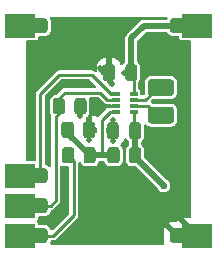
<source format=gtl>
G04 #@! TF.GenerationSoftware,KiCad,Pcbnew,9.0.1+1*
G04 #@! TF.CreationDate,2025-11-12T15:12:14+00:00*
G04 #@! TF.ProjectId,megaphone-low-current-dc-dc-converter,6d656761-7068-46f6-9e65-2d6c6f772d63,0.2*
G04 #@! TF.SameCoordinates,Original*
G04 #@! TF.FileFunction,Copper,L1,Top*
G04 #@! TF.FilePolarity,Positive*
%FSLAX46Y46*%
G04 Gerber Fmt 4.6, Leading zero omitted, Abs format (unit mm)*
G04 Created by KiCad (PCBNEW 9.0.1+1) date 2025-11-12 15:12:14*
%MOMM*%
%LPD*%
G01*
G04 APERTURE LIST*
G04 #@! TA.AperFunction,SMDPad,CuDef*
%ADD10R,0.660000X0.320000*%
G04 #@! TD*
G04 #@! TA.AperFunction,CastellatedPad*
%ADD11R,2.540000X2.000000*%
G04 #@! TD*
G04 #@! TA.AperFunction,ViaPad*
%ADD12C,0.500000*%
G04 #@! TD*
G04 #@! TA.AperFunction,ViaPad*
%ADD13C,0.600000*%
G04 #@! TD*
G04 #@! TA.AperFunction,Conductor*
%ADD14C,0.250000*%
G04 #@! TD*
G04 #@! TA.AperFunction,Conductor*
%ADD15C,0.500000*%
G04 #@! TD*
G04 APERTURE END LIST*
G04 #@! TA.AperFunction,SMDPad,CuDef*
G36*
G01*
X119738000Y-71125000D02*
X119738000Y-70175000D01*
G75*
G02*
X119988000Y-69925000I250000J0D01*
G01*
X120488000Y-69925000D01*
G75*
G02*
X120738000Y-70175000I0J-250000D01*
G01*
X120738000Y-71125000D01*
G75*
G02*
X120488000Y-71375000I-250000J0D01*
G01*
X119988000Y-71375000D01*
G75*
G02*
X119738000Y-71125000I0J250000D01*
G01*
G37*
G04 #@! TD.AperFunction*
G04 #@! TA.AperFunction,SMDPad,CuDef*
G36*
G01*
X121638000Y-71125000D02*
X121638000Y-70175000D01*
G75*
G02*
X121888000Y-69925000I250000J0D01*
G01*
X122388000Y-69925000D01*
G75*
G02*
X122638000Y-70175000I0J-250000D01*
G01*
X122638000Y-71125000D01*
G75*
G02*
X122388000Y-71375000I-250000J0D01*
G01*
X121888000Y-71375000D01*
G75*
G02*
X121638000Y-71125000I0J250000D01*
G01*
G37*
G04 #@! TD.AperFunction*
G04 #@! TA.AperFunction,SMDPad,CuDef*
G36*
G01*
X123800001Y-71220500D02*
X125499999Y-71220500D01*
G75*
G02*
X125750000Y-71470501I0J-250001D01*
G01*
X125750000Y-72395499D01*
G75*
G02*
X125499999Y-72645500I-250001J0D01*
G01*
X123800001Y-72645500D01*
G75*
G02*
X123550000Y-72395499I0J250001D01*
G01*
X123550000Y-71470501D01*
G75*
G02*
X123800001Y-71220500I250001J0D01*
G01*
G37*
G04 #@! TD.AperFunction*
G04 #@! TA.AperFunction,SMDPad,CuDef*
G36*
G01*
X123800001Y-73545500D02*
X125499999Y-73545500D01*
G75*
G02*
X125750000Y-73795501I0J-250001D01*
G01*
X125750000Y-74720499D01*
G75*
G02*
X125499999Y-74970500I-250001J0D01*
G01*
X123800001Y-74970500D01*
G75*
G02*
X123550000Y-74720499I0J250001D01*
G01*
X123550000Y-73795501D01*
G75*
G02*
X123800001Y-73545500I250001J0D01*
G01*
G37*
G04 #@! TD.AperFunction*
G04 #@! TA.AperFunction,SMDPad,CuDef*
G36*
G01*
X122975000Y-75100000D02*
X122975000Y-76050000D01*
G75*
G02*
X122725000Y-76300000I-250000J0D01*
G01*
X122225000Y-76300000D01*
G75*
G02*
X121975000Y-76050000I0J250000D01*
G01*
X121975000Y-75100000D01*
G75*
G02*
X122225000Y-74850000I250000J0D01*
G01*
X122725000Y-74850000D01*
G75*
G02*
X122975000Y-75100000I0J-250000D01*
G01*
G37*
G04 #@! TD.AperFunction*
G04 #@! TA.AperFunction,SMDPad,CuDef*
G36*
G01*
X121075000Y-75100000D02*
X121075000Y-76050000D01*
G75*
G02*
X120825000Y-76300000I-250000J0D01*
G01*
X120325000Y-76300000D01*
G75*
G02*
X120075000Y-76050000I0J250000D01*
G01*
X120075000Y-75100000D01*
G75*
G02*
X120325000Y-74850000I250000J0D01*
G01*
X120825000Y-74850000D01*
G75*
G02*
X121075000Y-75100000I0J-250000D01*
G01*
G37*
G04 #@! TD.AperFunction*
G04 #@! TA.AperFunction,SMDPad,CuDef*
G36*
G01*
X116275000Y-78100000D02*
X116275000Y-77200000D01*
G75*
G02*
X116525000Y-76950000I250000J0D01*
G01*
X117050000Y-76950000D01*
G75*
G02*
X117300000Y-77200000I0J-250000D01*
G01*
X117300000Y-78100000D01*
G75*
G02*
X117050000Y-78350000I-250000J0D01*
G01*
X116525000Y-78350000D01*
G75*
G02*
X116275000Y-78100000I0J250000D01*
G01*
G37*
G04 #@! TD.AperFunction*
G04 #@! TA.AperFunction,SMDPad,CuDef*
G36*
G01*
X118100000Y-78100000D02*
X118100000Y-77200000D01*
G75*
G02*
X118350000Y-76950000I250000J0D01*
G01*
X118875000Y-76950000D01*
G75*
G02*
X119125000Y-77200000I0J-250000D01*
G01*
X119125000Y-78100000D01*
G75*
G02*
X118875000Y-78350000I-250000J0D01*
G01*
X118350000Y-78350000D01*
G75*
G02*
X118100000Y-78100000I0J250000D01*
G01*
G37*
G04 #@! TD.AperFunction*
G04 #@! TA.AperFunction,SMDPad,CuDef*
G36*
G01*
X122975000Y-77200000D02*
X122975000Y-78100000D01*
G75*
G02*
X122725000Y-78350000I-250000J0D01*
G01*
X122200000Y-78350000D01*
G75*
G02*
X121950000Y-78100000I0J250000D01*
G01*
X121950000Y-77200000D01*
G75*
G02*
X122200000Y-76950000I250000J0D01*
G01*
X122725000Y-76950000D01*
G75*
G02*
X122975000Y-77200000I0J-250000D01*
G01*
G37*
G04 #@! TD.AperFunction*
G04 #@! TA.AperFunction,SMDPad,CuDef*
G36*
G01*
X121150000Y-77200000D02*
X121150000Y-78100000D01*
G75*
G02*
X120900000Y-78350000I-250000J0D01*
G01*
X120375000Y-78350000D01*
G75*
G02*
X120125000Y-78100000I0J250000D01*
G01*
X120125000Y-77200000D01*
G75*
G02*
X120375000Y-76950000I250000J0D01*
G01*
X120900000Y-76950000D01*
G75*
G02*
X121150000Y-77200000I0J-250000D01*
G01*
G37*
G04 #@! TD.AperFunction*
D10*
X122331000Y-73965000D03*
X122331000Y-73465000D03*
X122331000Y-72965000D03*
X122331000Y-72465000D03*
X120861000Y-72465000D03*
X120861000Y-72965000D03*
X120861000Y-73465000D03*
X120861000Y-73965000D03*
G04 #@! TA.AperFunction,SMDPad,CuDef*
G36*
G01*
X116225000Y-75950000D02*
X116225000Y-75050000D01*
G75*
G02*
X116475000Y-74800000I250000J0D01*
G01*
X117000000Y-74800000D01*
G75*
G02*
X117250000Y-75050000I0J-250000D01*
G01*
X117250000Y-75950000D01*
G75*
G02*
X117000000Y-76200000I-250000J0D01*
G01*
X116475000Y-76200000D01*
G75*
G02*
X116225000Y-75950000I0J250000D01*
G01*
G37*
G04 #@! TD.AperFunction*
G04 #@! TA.AperFunction,SMDPad,CuDef*
G36*
G01*
X118050000Y-75950000D02*
X118050000Y-75050000D01*
G75*
G02*
X118300000Y-74800000I250000J0D01*
G01*
X118825000Y-74800000D01*
G75*
G02*
X119075000Y-75050000I0J-250000D01*
G01*
X119075000Y-75950000D01*
G75*
G02*
X118825000Y-76200000I-250000J0D01*
G01*
X118300000Y-76200000D01*
G75*
G02*
X118050000Y-75950000I0J250000D01*
G01*
G37*
G04 #@! TD.AperFunction*
G04 #@! TA.AperFunction,SMDPad,CuDef*
G36*
G01*
X118350000Y-73050000D02*
X118350000Y-73950000D01*
G75*
G02*
X118100000Y-74200000I-250000J0D01*
G01*
X117575000Y-74200000D01*
G75*
G02*
X117325000Y-73950000I0J250000D01*
G01*
X117325000Y-73050000D01*
G75*
G02*
X117575000Y-72800000I250000J0D01*
G01*
X118100000Y-72800000D01*
G75*
G02*
X118350000Y-73050000I0J-250000D01*
G01*
G37*
G04 #@! TD.AperFunction*
G04 #@! TA.AperFunction,SMDPad,CuDef*
G36*
G01*
X116525000Y-73050000D02*
X116525000Y-73950000D01*
G75*
G02*
X116275000Y-74200000I-250000J0D01*
G01*
X115750000Y-74200000D01*
G75*
G02*
X115500000Y-73950000I0J250000D01*
G01*
X115500000Y-73050000D01*
G75*
G02*
X115750000Y-72800000I250000J0D01*
G01*
X116275000Y-72800000D01*
G75*
G02*
X116525000Y-73050000I0J-250000D01*
G01*
G37*
G04 #@! TD.AperFunction*
D11*
X127735000Y-66675000D03*
G04 #@! TA.AperFunction,ComponentPad*
G36*
G01*
X125410000Y-67050000D02*
X125410000Y-66300000D01*
G75*
G02*
X125660000Y-66050000I250000J0D01*
G01*
X126410000Y-66050000D01*
G75*
G02*
X126660000Y-66300000I0J-250000D01*
G01*
X126660000Y-67050000D01*
G75*
G02*
X126410000Y-67300000I-250000J0D01*
G01*
X125660000Y-67300000D01*
G75*
G02*
X125410000Y-67050000I0J250000D01*
G01*
G37*
G04 #@! TD.AperFunction*
X127735000Y-84455000D03*
G04 #@! TA.AperFunction,ComponentPad*
G36*
G01*
X125410000Y-84830000D02*
X125410000Y-84080000D01*
G75*
G02*
X125660000Y-83830000I250000J0D01*
G01*
X126410000Y-83830000D01*
G75*
G02*
X126660000Y-84080000I0J-250000D01*
G01*
X126660000Y-84830000D01*
G75*
G02*
X126410000Y-85080000I-250000J0D01*
G01*
X125660000Y-85080000D01*
G75*
G02*
X125410000Y-84830000I0J250000D01*
G01*
G37*
G04 #@! TD.AperFunction*
G04 #@! TA.AperFunction,ComponentPad*
G36*
G01*
X113810000Y-67050000D02*
X113810000Y-66300000D01*
G75*
G02*
X114060000Y-66050000I250000J0D01*
G01*
X114810000Y-66050000D01*
G75*
G02*
X115060000Y-66300000I0J-250000D01*
G01*
X115060000Y-67050000D01*
G75*
G02*
X114810000Y-67300000I-250000J0D01*
G01*
X114060000Y-67300000D01*
G75*
G02*
X113810000Y-67050000I0J250000D01*
G01*
G37*
G04 #@! TD.AperFunction*
X112735000Y-66675000D03*
G04 #@! TA.AperFunction,ComponentPad*
G36*
G01*
X113810000Y-79750000D02*
X113810000Y-79000000D01*
G75*
G02*
X114060000Y-78750000I250000J0D01*
G01*
X114810000Y-78750000D01*
G75*
G02*
X115060000Y-79000000I0J-250000D01*
G01*
X115060000Y-79750000D01*
G75*
G02*
X114810000Y-80000000I-250000J0D01*
G01*
X114060000Y-80000000D01*
G75*
G02*
X113810000Y-79750000I0J250000D01*
G01*
G37*
G04 #@! TD.AperFunction*
X112735000Y-79375000D03*
G04 #@! TA.AperFunction,ComponentPad*
G36*
G01*
X113810000Y-82290000D02*
X113810000Y-81540000D01*
G75*
G02*
X114060000Y-81290000I250000J0D01*
G01*
X114810000Y-81290000D01*
G75*
G02*
X115060000Y-81540000I0J-250000D01*
G01*
X115060000Y-82290000D01*
G75*
G02*
X114810000Y-82540000I-250000J0D01*
G01*
X114060000Y-82540000D01*
G75*
G02*
X113810000Y-82290000I0J250000D01*
G01*
G37*
G04 #@! TD.AperFunction*
X112735000Y-81915000D03*
G04 #@! TA.AperFunction,ComponentPad*
G36*
G01*
X113810000Y-84830000D02*
X113810000Y-84080000D01*
G75*
G02*
X114060000Y-83830000I250000J0D01*
G01*
X114810000Y-83830000D01*
G75*
G02*
X115060000Y-84080000I0J-250000D01*
G01*
X115060000Y-84830000D01*
G75*
G02*
X114810000Y-85080000I-250000J0D01*
G01*
X114060000Y-85080000D01*
G75*
G02*
X113810000Y-84830000I0J250000D01*
G01*
G37*
G04 #@! TD.AperFunction*
X112735000Y-84455000D03*
D12*
X117775000Y-74300000D03*
X121550000Y-70650000D03*
D13*
X124883000Y-80221000D03*
D12*
X124550000Y-76450000D03*
X120550000Y-71600000D03*
X121850000Y-79050000D03*
X124550000Y-75700000D03*
X119475000Y-70275000D03*
X125600000Y-68150000D03*
X116676000Y-68376000D03*
X120625000Y-76425000D03*
X113575000Y-69850000D03*
X114200000Y-68337000D03*
X115675000Y-72150000D03*
X120275000Y-69700000D03*
X124050000Y-70525000D03*
X121100000Y-79050000D03*
X118950000Y-73650000D03*
X113725000Y-73800000D03*
X124800000Y-70525000D03*
X124550000Y-77200000D03*
X115100000Y-78200000D03*
X115700000Y-68337000D03*
X113725000Y-71275000D03*
X120575000Y-74700000D03*
X115975000Y-82525000D03*
X119475000Y-82800000D03*
X123300000Y-70525000D03*
X114950000Y-68337000D03*
X124100000Y-68150000D03*
X116550000Y-69925000D03*
X118525000Y-76375000D03*
X118600000Y-74625000D03*
X123800000Y-75700000D03*
X119675000Y-73375000D03*
X117975000Y-82800000D03*
X119025000Y-73025000D03*
X115125000Y-74975000D03*
X118725000Y-82800000D03*
X124050000Y-69775000D03*
X113700000Y-75825000D03*
X118150000Y-79050000D03*
X119500000Y-73950000D03*
X120350000Y-79050000D03*
X117251000Y-69151000D03*
X113725000Y-77350000D03*
X123300000Y-69775000D03*
X119650000Y-79050000D03*
X123800000Y-77200000D03*
X124850000Y-68150000D03*
X115100000Y-76400000D03*
X118900000Y-79050000D03*
X124800000Y-69775000D03*
X116425000Y-79050000D03*
X117251000Y-69901000D03*
X117550000Y-71550000D03*
X123800000Y-76450000D03*
D14*
X122138000Y-70917000D02*
X122138000Y-70650000D01*
D15*
X117837500Y-73500000D02*
X117837500Y-74237500D01*
D14*
X122331000Y-72465000D02*
X122331000Y-71110000D01*
D15*
X121550000Y-70650000D02*
X122138000Y-70650000D01*
X122138000Y-67762000D02*
X123225000Y-66675000D01*
D14*
X122331000Y-71110000D02*
X122138000Y-70917000D01*
D15*
X117837500Y-74237500D02*
X117775000Y-74300000D01*
X122138000Y-70650000D02*
X122138000Y-67762000D01*
X123225000Y-66675000D02*
X126035000Y-66675000D01*
X122462500Y-77650000D02*
X122462500Y-75587500D01*
X122462500Y-77650000D02*
X122462500Y-77800500D01*
D14*
X122331000Y-75431000D02*
X122475000Y-75575000D01*
X122331000Y-73965000D02*
X122331000Y-75431000D01*
D15*
X122462500Y-77800500D02*
X124883000Y-80221000D01*
D14*
X122462500Y-75587500D02*
X122475000Y-75575000D01*
X114450000Y-79360000D02*
X114435000Y-79375000D01*
X114450000Y-72450000D02*
X114450000Y-79360000D01*
X116050000Y-70850000D02*
X114450000Y-72450000D01*
X118775000Y-70850000D02*
X116050000Y-70850000D01*
X120390000Y-72465000D02*
X118775000Y-70850000D01*
X120861000Y-72465000D02*
X120390000Y-72465000D01*
X123570000Y-73465000D02*
X124363000Y-74258000D01*
X122331000Y-73465000D02*
X123570000Y-73465000D01*
X124363000Y-74258000D02*
X124650000Y-74258000D01*
X123331000Y-72965000D02*
X124363000Y-71933000D01*
X122331000Y-72965000D02*
X123331000Y-72965000D01*
X124363000Y-71933000D02*
X124650000Y-71933000D01*
X117275000Y-82725000D02*
X115545000Y-84455000D01*
X116787500Y-77650000D02*
X117275000Y-78137500D01*
X115545000Y-84455000D02*
X114435000Y-84455000D01*
X117275000Y-78137500D02*
X117275000Y-82725000D01*
D15*
X118612500Y-77650000D02*
X119625000Y-77650000D01*
X119625000Y-77650000D02*
X120637500Y-77650000D01*
X116737500Y-75500000D02*
X116737500Y-75775000D01*
D14*
X120861000Y-73965000D02*
X120335000Y-73965000D01*
X120335000Y-73965000D02*
X119625000Y-74675000D01*
D15*
X116737500Y-75775000D02*
X118612500Y-77650000D01*
D14*
X119625000Y-74675000D02*
X119625000Y-77650000D01*
X116012500Y-73500000D02*
X116012500Y-74112500D01*
X120115000Y-72965000D02*
X119500000Y-72350000D01*
X119500000Y-72350000D02*
X116500000Y-72350000D01*
X116012500Y-74112500D02*
X115750000Y-74375000D01*
X116012500Y-72837500D02*
X116012500Y-73500000D01*
X120861000Y-72965000D02*
X120115000Y-72965000D01*
X115310000Y-81915000D02*
X114435000Y-81915000D01*
X115750000Y-74375000D02*
X115750000Y-81475000D01*
X115750000Y-81475000D02*
X115310000Y-81915000D01*
X116500000Y-72350000D02*
X116012500Y-72837500D01*
D15*
X120238000Y-71288000D02*
X120550000Y-71600000D01*
D14*
X118562500Y-75500000D02*
X118562500Y-76337500D01*
X120575000Y-76375000D02*
X120625000Y-76425000D01*
X119675000Y-73375000D02*
X119225000Y-73375000D01*
X120575000Y-75575000D02*
X120575000Y-74700000D01*
X118562500Y-76337500D02*
X118525000Y-76375000D01*
X119675000Y-73375000D02*
X119500000Y-73550000D01*
X119675000Y-73375000D02*
X119375000Y-73375000D01*
D15*
X119850000Y-70650000D02*
X120238000Y-70650000D01*
X120238000Y-70650000D02*
X120238000Y-71288000D01*
D14*
X119375000Y-73375000D02*
X119025000Y-73025000D01*
X120861000Y-73465000D02*
X119765000Y-73465000D01*
X120575000Y-75575000D02*
X120575000Y-76375000D01*
D15*
X120238000Y-69737000D02*
X120275000Y-69700000D01*
X119475000Y-70275000D02*
X119850000Y-70650000D01*
X120238000Y-70650000D02*
X120238000Y-69737000D01*
D14*
X119225000Y-73375000D02*
X118950000Y-73650000D01*
X119765000Y-73465000D02*
X119675000Y-73375000D01*
X118562500Y-74662500D02*
X118600000Y-74625000D01*
X119500000Y-73550000D02*
X119500000Y-73950000D01*
X118562500Y-75500000D02*
X118562500Y-74662500D01*
G04 #@! TA.AperFunction,Conductor*
G36*
X125153572Y-67195185D02*
G01*
X125199327Y-67247989D01*
X125202715Y-67256166D01*
X125216203Y-67292330D01*
X125216206Y-67292335D01*
X125302452Y-67407544D01*
X125302455Y-67407547D01*
X125417664Y-67493793D01*
X125417671Y-67493797D01*
X125462618Y-67510561D01*
X125552517Y-67544091D01*
X125612127Y-67550500D01*
X126090500Y-67550499D01*
X126157539Y-67570183D01*
X126203294Y-67622987D01*
X126214500Y-67674499D01*
X126214500Y-67699678D01*
X126229032Y-67772735D01*
X126229033Y-67772739D01*
X126229034Y-67772740D01*
X126284399Y-67855601D01*
X126367260Y-67910966D01*
X126367264Y-67910967D01*
X126440321Y-67925499D01*
X126440324Y-67925500D01*
X126440326Y-67925500D01*
X127110500Y-67925500D01*
X127177539Y-67945185D01*
X127223294Y-67997989D01*
X127234500Y-68049500D01*
X127234500Y-82831000D01*
X127214815Y-82898039D01*
X127162011Y-82943794D01*
X127110500Y-82955000D01*
X126588551Y-82955000D01*
X127198181Y-83564629D01*
X127231666Y-83625952D01*
X127234500Y-83652310D01*
X127234500Y-83746966D01*
X127129742Y-83790359D01*
X127006903Y-83872437D01*
X126902894Y-83976445D01*
X126072041Y-83145592D01*
X126021647Y-83212910D01*
X126008061Y-83249335D01*
X125966189Y-83305268D01*
X125900724Y-83329684D01*
X125891880Y-83330000D01*
X125610029Y-83330000D01*
X125610012Y-83330001D01*
X125507302Y-83340494D01*
X125340878Y-83395642D01*
X125340873Y-83395644D01*
X125333651Y-83400098D01*
X125333650Y-83400099D01*
X126013551Y-84080000D01*
X125985630Y-84080000D01*
X125890255Y-84105556D01*
X125804745Y-84154925D01*
X125734925Y-84224745D01*
X125685556Y-84310255D01*
X125660000Y-84405630D01*
X125660000Y-84433551D01*
X124980099Y-83753650D01*
X124980098Y-83753651D01*
X124975644Y-83760873D01*
X124975642Y-83760877D01*
X124920494Y-83927302D01*
X124920493Y-83927309D01*
X124910000Y-84030013D01*
X124910000Y-84879971D01*
X124910001Y-84879987D01*
X124920493Y-84982695D01*
X124946606Y-85061495D01*
X124949008Y-85131324D01*
X124913277Y-85191366D01*
X124850756Y-85222559D01*
X124828900Y-85224500D01*
X115375634Y-85224500D01*
X115347270Y-85216171D01*
X115318269Y-85210433D01*
X115314119Y-85206437D01*
X115308595Y-85204815D01*
X115289242Y-85182480D01*
X115267941Y-85161968D01*
X115266610Y-85156362D01*
X115262840Y-85152011D01*
X115258633Y-85122754D01*
X115251805Y-85093987D01*
X115253395Y-85086328D01*
X115252896Y-85082853D01*
X115258656Y-85059364D01*
X115259045Y-85058255D01*
X115304091Y-84937483D01*
X115305224Y-84926937D01*
X115309998Y-84913364D01*
X115322340Y-84896211D01*
X115330429Y-84876688D01*
X115342339Y-84868419D01*
X115350808Y-84856651D01*
X115370462Y-84848895D01*
X115387823Y-84836843D01*
X115410186Y-84833219D01*
X115415800Y-84831005D01*
X115419427Y-84831722D01*
X115426976Y-84830500D01*
X115594435Y-84830500D01*
X115594436Y-84830500D01*
X115642186Y-84817705D01*
X115689938Y-84804910D01*
X115775562Y-84755475D01*
X115845475Y-84685562D01*
X117575474Y-82955563D01*
X117575475Y-82955562D01*
X117624910Y-82869938D01*
X117635344Y-82831000D01*
X117643214Y-82801631D01*
X117650499Y-82774440D01*
X117650500Y-82774434D01*
X117650500Y-78344048D01*
X117670185Y-78277009D01*
X117722989Y-78231254D01*
X117792147Y-78221310D01*
X117855703Y-78250335D01*
X117890682Y-78300715D01*
X117906202Y-78342328D01*
X117906206Y-78342335D01*
X117992452Y-78457544D01*
X117992455Y-78457547D01*
X118107664Y-78543793D01*
X118107671Y-78543797D01*
X118140942Y-78556206D01*
X118242517Y-78594091D01*
X118302127Y-78600500D01*
X118922872Y-78600499D01*
X118982483Y-78594091D01*
X119117331Y-78543796D01*
X119232546Y-78457546D01*
X119318796Y-78342331D01*
X119343160Y-78277009D01*
X119360258Y-78231167D01*
X119402129Y-78175233D01*
X119467593Y-78150816D01*
X119476440Y-78150500D01*
X119559108Y-78150500D01*
X119773560Y-78150500D01*
X119840599Y-78170185D01*
X119886354Y-78222989D01*
X119889742Y-78231167D01*
X119931202Y-78342328D01*
X119931206Y-78342335D01*
X120017452Y-78457544D01*
X120017455Y-78457547D01*
X120132664Y-78543793D01*
X120132671Y-78543797D01*
X120165942Y-78556206D01*
X120267517Y-78594091D01*
X120327127Y-78600500D01*
X120947872Y-78600499D01*
X121007483Y-78594091D01*
X121142331Y-78543796D01*
X121257546Y-78457546D01*
X121343796Y-78342331D01*
X121394091Y-78207483D01*
X121400500Y-78147873D01*
X121400499Y-77152128D01*
X121394091Y-77092517D01*
X121343796Y-76957669D01*
X121343795Y-76957668D01*
X121343793Y-76957664D01*
X121252232Y-76835355D01*
X121253498Y-76834407D01*
X121224823Y-76781893D01*
X121229807Y-76712201D01*
X121271679Y-76656268D01*
X121280896Y-76649994D01*
X121293344Y-76642316D01*
X121417315Y-76518345D01*
X121509356Y-76369124D01*
X121509359Y-76369117D01*
X121539930Y-76276860D01*
X121579702Y-76219415D01*
X121644218Y-76192591D01*
X121712994Y-76204906D01*
X121764194Y-76252448D01*
X121773818Y-76272529D01*
X121781203Y-76292329D01*
X121781206Y-76292335D01*
X121867451Y-76407543D01*
X121867452Y-76407544D01*
X121867454Y-76407546D01*
X121912312Y-76441127D01*
X121915048Y-76444781D01*
X121919203Y-76446679D01*
X121935793Y-76472493D01*
X121954182Y-76497059D01*
X121955197Y-76502688D01*
X121956977Y-76505457D01*
X121962000Y-76540392D01*
X121962000Y-76690892D01*
X121942315Y-76757931D01*
X121912312Y-76790158D01*
X121842452Y-76842455D01*
X121756206Y-76957664D01*
X121756202Y-76957671D01*
X121705908Y-77092517D01*
X121699501Y-77152116D01*
X121699501Y-77152123D01*
X121699500Y-77152135D01*
X121699500Y-78147870D01*
X121699501Y-78147876D01*
X121705908Y-78207483D01*
X121756202Y-78342328D01*
X121756206Y-78342335D01*
X121842452Y-78457544D01*
X121842455Y-78457547D01*
X121957664Y-78543793D01*
X121957671Y-78543797D01*
X121990942Y-78556206D01*
X122092517Y-78594091D01*
X122152127Y-78600500D01*
X122503323Y-78600499D01*
X122570362Y-78620183D01*
X122591004Y-78636818D01*
X124340089Y-80385903D01*
X124366965Y-80426121D01*
X124370015Y-80433482D01*
X124370016Y-80433485D01*
X124442491Y-80559015D01*
X124544985Y-80661509D01*
X124544986Y-80661510D01*
X124544988Y-80661511D01*
X124670511Y-80733982D01*
X124670512Y-80733982D01*
X124670515Y-80733984D01*
X124810525Y-80771500D01*
X124810528Y-80771500D01*
X124955472Y-80771500D01*
X124955475Y-80771500D01*
X125095485Y-80733984D01*
X125221015Y-80661509D01*
X125323509Y-80559015D01*
X125395984Y-80433485D01*
X125433500Y-80293475D01*
X125433500Y-80148525D01*
X125395984Y-80008515D01*
X125323509Y-79882985D01*
X125221015Y-79780491D01*
X125095485Y-79708016D01*
X125095482Y-79708015D01*
X125088121Y-79704965D01*
X125047903Y-79678089D01*
X123261818Y-77892004D01*
X123228333Y-77830681D01*
X123225499Y-77804323D01*
X123225499Y-77152129D01*
X123225498Y-77152123D01*
X123225497Y-77152116D01*
X123219091Y-77092517D01*
X123168796Y-76957669D01*
X123168795Y-76957668D01*
X123168793Y-76957664D01*
X123082547Y-76842455D01*
X123071796Y-76834407D01*
X123012688Y-76790158D01*
X123009951Y-76786502D01*
X123005797Y-76784605D01*
X122989205Y-76758787D01*
X122970818Y-76734224D01*
X122969802Y-76728596D01*
X122968023Y-76725827D01*
X122963000Y-76690892D01*
X122963000Y-76559107D01*
X122982685Y-76492068D01*
X123012685Y-76459843D01*
X123082546Y-76407546D01*
X123168796Y-76292331D01*
X123219091Y-76157483D01*
X123225500Y-76097873D01*
X123225499Y-75160452D01*
X123245183Y-75093414D01*
X123297987Y-75047659D01*
X123367146Y-75037715D01*
X123430702Y-75066740D01*
X123437180Y-75072772D01*
X123442451Y-75078043D01*
X123442452Y-75078044D01*
X123442454Y-75078046D01*
X123557670Y-75164296D01*
X123557671Y-75164296D01*
X123557672Y-75164297D01*
X123692518Y-75214591D01*
X123692517Y-75214591D01*
X123699445Y-75215335D01*
X123752128Y-75221000D01*
X123752137Y-75221000D01*
X125547863Y-75221000D01*
X125547872Y-75221000D01*
X125607482Y-75214591D01*
X125742330Y-75164296D01*
X125857546Y-75078046D01*
X125943796Y-74962830D01*
X125994091Y-74827982D01*
X126000500Y-74768372D01*
X126000500Y-73747628D01*
X125994091Y-73688018D01*
X125967247Y-73616046D01*
X125943797Y-73553172D01*
X125943796Y-73553171D01*
X125943796Y-73553170D01*
X125857546Y-73437954D01*
X125742330Y-73351704D01*
X125742328Y-73351703D01*
X125742327Y-73351702D01*
X125607481Y-73301408D01*
X125607482Y-73301408D01*
X125547882Y-73295001D01*
X125547880Y-73295000D01*
X125547872Y-73295000D01*
X125547864Y-73295000D01*
X123982399Y-73295000D01*
X123952958Y-73286355D01*
X123922972Y-73279832D01*
X123917956Y-73276077D01*
X123915360Y-73275315D01*
X123894718Y-73258681D01*
X123819217Y-73183180D01*
X123785732Y-73121857D01*
X123790716Y-73052165D01*
X123819215Y-73007821D01*
X123894719Y-72932318D01*
X123956043Y-72898833D01*
X123982399Y-72896000D01*
X125547863Y-72896000D01*
X125547872Y-72896000D01*
X125607482Y-72889591D01*
X125742330Y-72839296D01*
X125857546Y-72753046D01*
X125943796Y-72637830D01*
X125994091Y-72502982D01*
X126000500Y-72443372D01*
X126000500Y-71422628D01*
X125994091Y-71363018D01*
X125945405Y-71232483D01*
X125943797Y-71228172D01*
X125943796Y-71228171D01*
X125943796Y-71228170D01*
X125857546Y-71112954D01*
X125742330Y-71026704D01*
X125742328Y-71026703D01*
X125742327Y-71026702D01*
X125607481Y-70976408D01*
X125607482Y-70976408D01*
X125547882Y-70970001D01*
X125547880Y-70970000D01*
X125547872Y-70970000D01*
X123752128Y-70970000D01*
X123752120Y-70970000D01*
X123752117Y-70970001D01*
X123692518Y-70976408D01*
X123557672Y-71026702D01*
X123557670Y-71026704D01*
X123442454Y-71112954D01*
X123356204Y-71228170D01*
X123356202Y-71228172D01*
X123305908Y-71363018D01*
X123299501Y-71422617D01*
X123299500Y-71422636D01*
X123299500Y-72414099D01*
X123290856Y-72443535D01*
X123284333Y-72473525D01*
X123280577Y-72478541D01*
X123279815Y-72481138D01*
X123263182Y-72501779D01*
X123211782Y-72553180D01*
X123150459Y-72586666D01*
X123124100Y-72589500D01*
X123035500Y-72589500D01*
X122968461Y-72569815D01*
X122922706Y-72517011D01*
X122911500Y-72465500D01*
X122911500Y-72280323D01*
X122911499Y-72280321D01*
X122896967Y-72207264D01*
X122896966Y-72207260D01*
X122858389Y-72149525D01*
X122841601Y-72124399D01*
X122761609Y-72070951D01*
X122716804Y-72017340D01*
X122706500Y-71967849D01*
X122706500Y-71572954D01*
X122726185Y-71505915D01*
X122742824Y-71485268D01*
X122745542Y-71482548D01*
X122745546Y-71482546D01*
X122831796Y-71367331D01*
X122882091Y-71232483D01*
X122888500Y-71172873D01*
X122888499Y-70127128D01*
X122882091Y-70067517D01*
X122860043Y-70008404D01*
X122831797Y-69932671D01*
X122831793Y-69932664D01*
X122745548Y-69817457D01*
X122745546Y-69817454D01*
X122745542Y-69817451D01*
X122688188Y-69774515D01*
X122646318Y-69718581D01*
X122638500Y-69675249D01*
X122638500Y-68020676D01*
X122658185Y-67953637D01*
X122674819Y-67932995D01*
X123395995Y-67211819D01*
X123457318Y-67178334D01*
X123483676Y-67175500D01*
X125086533Y-67175500D01*
X125153572Y-67195185D01*
G37*
G04 #@! TD.AperFunction*
G04 #@! TA.AperFunction,Conductor*
G36*
X116292833Y-78547587D02*
G01*
X116417517Y-78594091D01*
X116477127Y-78600500D01*
X116775500Y-78600499D01*
X116842539Y-78620183D01*
X116888294Y-78672987D01*
X116899500Y-78724499D01*
X116899500Y-82518101D01*
X116879815Y-82585140D01*
X116863181Y-82605782D01*
X115492780Y-83976182D01*
X115431457Y-84009667D01*
X115361765Y-84004683D01*
X115305832Y-83962811D01*
X115288917Y-83931833D01*
X115253798Y-83837673D01*
X115253793Y-83837664D01*
X115167547Y-83722455D01*
X115167544Y-83722452D01*
X115052335Y-83636206D01*
X115052328Y-83636202D01*
X114917482Y-83585908D01*
X114917483Y-83585908D01*
X114857883Y-83579501D01*
X114857881Y-83579500D01*
X114857873Y-83579500D01*
X114857865Y-83579500D01*
X114379500Y-83579500D01*
X114312461Y-83559815D01*
X114266706Y-83507011D01*
X114255500Y-83455500D01*
X114255500Y-83430323D01*
X114255499Y-83430321D01*
X114240967Y-83357264D01*
X114240966Y-83357260D01*
X114185601Y-83274399D01*
X114185599Y-83274397D01*
X114185598Y-83274396D01*
X114183883Y-83272681D01*
X114181337Y-83268018D01*
X114178815Y-83264244D01*
X114179152Y-83264018D01*
X114150398Y-83211358D01*
X114155382Y-83141666D01*
X114183883Y-83097319D01*
X114185598Y-83095603D01*
X114185597Y-83095603D01*
X114185601Y-83095601D01*
X114240966Y-83012740D01*
X114255500Y-82939674D01*
X114255500Y-82914499D01*
X114275185Y-82847460D01*
X114327989Y-82801705D01*
X114379500Y-82790499D01*
X114857871Y-82790499D01*
X114857872Y-82790499D01*
X114917483Y-82784091D01*
X115052331Y-82733796D01*
X115167546Y-82647546D01*
X115253796Y-82532331D01*
X115304091Y-82397483D01*
X115305205Y-82387117D01*
X115313401Y-82367327D01*
X115316953Y-82346198D01*
X115326505Y-82335688D01*
X115331939Y-82322569D01*
X115349536Y-82310349D01*
X115363948Y-82294494D01*
X115385924Y-82285082D01*
X115389329Y-82282718D01*
X115396391Y-82280598D01*
X115396396Y-82280596D01*
X115407186Y-82277705D01*
X115454938Y-82264910D01*
X115540562Y-82215475D01*
X115610475Y-82145562D01*
X116050474Y-81705563D01*
X116050475Y-81705562D01*
X116099910Y-81619938D01*
X116101224Y-81615033D01*
X116114608Y-81565089D01*
X116120053Y-81544763D01*
X116125500Y-81524436D01*
X116125500Y-81425564D01*
X116125500Y-78663769D01*
X116145185Y-78596730D01*
X116197989Y-78550975D01*
X116267147Y-78541031D01*
X116292833Y-78547587D01*
G37*
G04 #@! TD.AperFunction*
G04 #@! TA.AperFunction,Conductor*
G36*
X118635140Y-71245185D02*
G01*
X118655782Y-71261819D01*
X119156782Y-71762819D01*
X119190267Y-71824142D01*
X119185283Y-71893834D01*
X119143411Y-71949767D01*
X119077947Y-71974184D01*
X119069101Y-71974500D01*
X116450564Y-71974500D01*
X116402812Y-71987295D01*
X116402811Y-71987294D01*
X116355063Y-72000089D01*
X116355062Y-72000089D01*
X116269435Y-72049527D01*
X115805781Y-72513181D01*
X115744458Y-72546666D01*
X115718106Y-72549500D01*
X115702133Y-72549500D01*
X115702122Y-72549501D01*
X115642516Y-72555908D01*
X115507671Y-72606202D01*
X115507664Y-72606206D01*
X115392455Y-72692452D01*
X115392452Y-72692455D01*
X115306206Y-72807664D01*
X115306202Y-72807671D01*
X115255908Y-72942517D01*
X115252833Y-72971124D01*
X115249501Y-73002123D01*
X115249500Y-73002135D01*
X115249500Y-73997870D01*
X115249501Y-73997876D01*
X115255908Y-74057483D01*
X115306202Y-74192328D01*
X115306206Y-74192335D01*
X115349766Y-74250523D01*
X115374184Y-74315987D01*
X115374500Y-74324834D01*
X115374500Y-78550046D01*
X115354815Y-78617085D01*
X115302011Y-78662840D01*
X115232853Y-78672784D01*
X115175519Y-78646600D01*
X115174645Y-78647768D01*
X115052335Y-78556206D01*
X115052328Y-78556202D01*
X114910215Y-78503198D01*
X114911012Y-78501060D01*
X114860259Y-78472152D01*
X114827880Y-78410238D01*
X114825500Y-78386059D01*
X114825500Y-72656899D01*
X114845185Y-72589860D01*
X114861819Y-72569218D01*
X116169219Y-71261819D01*
X116230542Y-71228334D01*
X116256900Y-71225500D01*
X118568101Y-71225500D01*
X118635140Y-71245185D01*
G37*
G04 #@! TD.AperFunction*
G04 #@! TA.AperFunction,Conductor*
G36*
X125161405Y-65925185D02*
G01*
X125207160Y-65977989D01*
X125217104Y-66047147D01*
X125210547Y-66072836D01*
X125202714Y-66093836D01*
X125160842Y-66149768D01*
X125095377Y-66174184D01*
X125086533Y-66174500D01*
X123159107Y-66174500D01*
X123031812Y-66208608D01*
X122917686Y-66274500D01*
X122917683Y-66274502D01*
X121737502Y-67454683D01*
X121737500Y-67454686D01*
X121671608Y-67568812D01*
X121637500Y-67696108D01*
X121637500Y-69675249D01*
X121617815Y-69742288D01*
X121587812Y-69774515D01*
X121530457Y-69817451D01*
X121530451Y-69817457D01*
X121444206Y-69932664D01*
X121444201Y-69932674D01*
X121436817Y-69952471D01*
X121394945Y-70008404D01*
X121329480Y-70032820D01*
X121261207Y-70017967D01*
X121211803Y-69968561D01*
X121202930Y-69948140D01*
X121172358Y-69855880D01*
X121172356Y-69855875D01*
X121080315Y-69706654D01*
X120956345Y-69582684D01*
X120807124Y-69490643D01*
X120807119Y-69490641D01*
X120640697Y-69435494D01*
X120640690Y-69435493D01*
X120537986Y-69425000D01*
X120488000Y-69425000D01*
X120488000Y-70526000D01*
X120468315Y-70593039D01*
X120415511Y-70638794D01*
X120364000Y-70650000D01*
X120112000Y-70650000D01*
X120044961Y-70630315D01*
X119999206Y-70577511D01*
X119988000Y-70526000D01*
X119988000Y-69425000D01*
X119987999Y-69424999D01*
X119938029Y-69425000D01*
X119938011Y-69425001D01*
X119835302Y-69435494D01*
X119668880Y-69490641D01*
X119668875Y-69490643D01*
X119519654Y-69582684D01*
X119395684Y-69706654D01*
X119303643Y-69855875D01*
X119303641Y-69855880D01*
X119248494Y-70022302D01*
X119248493Y-70022309D01*
X119238000Y-70125013D01*
X119238000Y-70482601D01*
X119218315Y-70549640D01*
X119165511Y-70595395D01*
X119096353Y-70605339D01*
X119054348Y-70591310D01*
X119038833Y-70582796D01*
X119005563Y-70549526D01*
X119005562Y-70549525D01*
X118919938Y-70500090D01*
X118872186Y-70487295D01*
X118857739Y-70483424D01*
X118857738Y-70483423D01*
X118824436Y-70474500D01*
X118824435Y-70474500D01*
X116099436Y-70474500D01*
X116000564Y-70474500D01*
X115905063Y-70500089D01*
X115905060Y-70500090D01*
X115819440Y-70549522D01*
X115819435Y-70549526D01*
X114219438Y-72149525D01*
X114149527Y-72219435D01*
X114100091Y-72305059D01*
X114100090Y-72305061D01*
X114100090Y-72305062D01*
X114087295Y-72352813D01*
X114087294Y-72352814D01*
X114074816Y-72399386D01*
X114074803Y-72399436D01*
X114074500Y-72400564D01*
X114074500Y-78000500D01*
X114054815Y-78067539D01*
X114002011Y-78113294D01*
X113950500Y-78124500D01*
X113359500Y-78124500D01*
X113292461Y-78104815D01*
X113246706Y-78052011D01*
X113235500Y-78000500D01*
X113235500Y-68049500D01*
X113255185Y-67982461D01*
X113307989Y-67936706D01*
X113359500Y-67925500D01*
X114029676Y-67925500D01*
X114029677Y-67925499D01*
X114102740Y-67910966D01*
X114185601Y-67855601D01*
X114240966Y-67772740D01*
X114255500Y-67699674D01*
X114255500Y-67674499D01*
X114275185Y-67607460D01*
X114327989Y-67561705D01*
X114379500Y-67550499D01*
X114857871Y-67550499D01*
X114857872Y-67550499D01*
X114917483Y-67544091D01*
X115052331Y-67493796D01*
X115167546Y-67407546D01*
X115253796Y-67292331D01*
X115304091Y-67157483D01*
X115310500Y-67097873D01*
X115310499Y-66252128D01*
X115304091Y-66192517D01*
X115297253Y-66174184D01*
X115259452Y-66072833D01*
X115254468Y-66003141D01*
X115287953Y-65941818D01*
X115349276Y-65908334D01*
X115375634Y-65905500D01*
X125094366Y-65905500D01*
X125161405Y-65925185D01*
G37*
G04 #@! TD.AperFunction*
G04 #@! TA.AperFunction,Conductor*
G36*
X120518039Y-75344685D02*
G01*
X120563794Y-75397489D01*
X120575000Y-75449000D01*
X120575000Y-75701000D01*
X120555315Y-75768039D01*
X120502511Y-75813794D01*
X120451000Y-75825000D01*
X120124500Y-75825000D01*
X120057461Y-75805315D01*
X120011706Y-75752511D01*
X120000500Y-75701000D01*
X120000500Y-75449000D01*
X120020185Y-75381961D01*
X120072989Y-75336206D01*
X120124500Y-75325000D01*
X120451000Y-75325000D01*
X120518039Y-75344685D01*
G37*
G04 #@! TD.AperFunction*
G04 #@! TA.AperFunction,Conductor*
G36*
X119360140Y-72745185D02*
G01*
X119380782Y-72761819D01*
X119814525Y-73195562D01*
X119884438Y-73265475D01*
X119970062Y-73314910D01*
X120017811Y-73327705D01*
X120017812Y-73327705D01*
X120027903Y-73330408D01*
X120065564Y-73340500D01*
X120065565Y-73340500D01*
X120365015Y-73340500D01*
X120383205Y-73345841D01*
X120402163Y-73346195D01*
X120430222Y-73359647D01*
X120432054Y-73360185D01*
X120433989Y-73361453D01*
X120434736Y-73361953D01*
X120479498Y-73415602D01*
X120488149Y-73484934D01*
X120457944Y-73547937D01*
X120434736Y-73568047D01*
X120433989Y-73568547D01*
X120414692Y-73574606D01*
X120398471Y-73584608D01*
X120383714Y-73584332D01*
X120367328Y-73589478D01*
X120365015Y-73589500D01*
X120285564Y-73589500D01*
X120190063Y-73615089D01*
X120188917Y-73615564D01*
X120186490Y-73616046D01*
X120182212Y-73617193D01*
X120182136Y-73616912D01*
X120141470Y-73625000D01*
X120031000Y-73625000D01*
X120031000Y-73672826D01*
X120031178Y-73676152D01*
X120030342Y-73676196D01*
X120018572Y-73741418D01*
X119995372Y-73773588D01*
X119394438Y-74374525D01*
X119394436Y-74374527D01*
X119373764Y-74395198D01*
X119312440Y-74428682D01*
X119242749Y-74423696D01*
X119220988Y-74413054D01*
X119144124Y-74365643D01*
X119144119Y-74365641D01*
X118977697Y-74310494D01*
X118977690Y-74310493D01*
X118874986Y-74300000D01*
X118812500Y-74300000D01*
X118812500Y-75250000D01*
X119125500Y-75250000D01*
X119192539Y-75269685D01*
X119238294Y-75322489D01*
X119249500Y-75374000D01*
X119249500Y-75626000D01*
X119229815Y-75693039D01*
X119177011Y-75738794D01*
X119125500Y-75750000D01*
X118686500Y-75750000D01*
X118619461Y-75730315D01*
X118573706Y-75677511D01*
X118562500Y-75626000D01*
X118562500Y-75500000D01*
X118436500Y-75500000D01*
X118369461Y-75480315D01*
X118323706Y-75427511D01*
X118312500Y-75376000D01*
X118312500Y-74478196D01*
X118332185Y-74411157D01*
X118362185Y-74378933D01*
X118457546Y-74307546D01*
X118543796Y-74192331D01*
X118594091Y-74057483D01*
X118600500Y-73997873D01*
X118600499Y-73002128D01*
X118594091Y-72942517D01*
X118575559Y-72892832D01*
X118570576Y-72823142D01*
X118604061Y-72761819D01*
X118665384Y-72728334D01*
X118691742Y-72725500D01*
X119293101Y-72725500D01*
X119360140Y-72745185D01*
G37*
G04 #@! TD.AperFunction*
M02*

</source>
